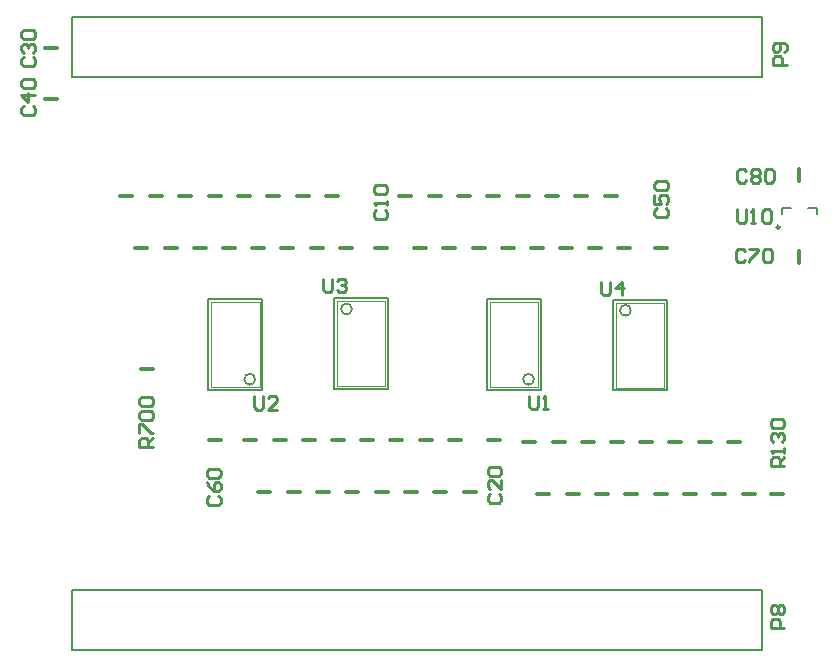
<source format=gto>
G04*
G04 #@! TF.GenerationSoftware,Altium Limited,Altium Designer,19.1.8 (144)*
G04*
G04 Layer_Color=65535*
%FSLAX44Y44*%
%MOMM*%
G71*
G01*
G75*
%ADD10C,0.1524*%
%ADD11C,0.2500*%
%ADD12C,0.3048*%
%ADD13C,0.0508*%
%ADD14C,0.2000*%
%ADD15C,0.2540*%
D10*
X165100Y29764D02*
G03*
X165100Y29764I-4572J0D01*
G01*
X83011Y-28494D02*
G03*
X83011Y-28494I-4572J0D01*
G01*
X-71120Y31034D02*
G03*
X-71120Y31034I-4572J0D01*
G01*
X-152956Y-28494D02*
G03*
X-152956Y-28494I-4572J0D01*
G01*
X149892Y-37846D02*
Y38654D01*
Y-37846D02*
X195580D01*
Y38654D01*
X149892D02*
X195580D01*
X89074Y-37384D02*
Y39116D01*
X43387D02*
X89074D01*
X43387Y-37384D02*
Y39116D01*
Y-37384D02*
X89074D01*
X-86328Y-36576D02*
Y39924D01*
Y-36576D02*
X-40640D01*
Y39924D01*
X-86328D02*
X-40640D01*
X-146891Y-37384D02*
Y39116D01*
X-192579D02*
X-146891D01*
X-192579Y-37384D02*
Y39116D01*
Y-37384D02*
X-146891D01*
D11*
X291098Y100228D02*
G03*
X291098Y100228I-1250J0D01*
G01*
D12*
X-330962Y251714D02*
X-320802D01*
X222428Y-81534D02*
X232588D01*
X247138D02*
X257298D01*
X-51562Y82652D02*
X-41402D01*
X44196Y-80112D02*
X54356D01*
X10918Y-80264D02*
X21078D01*
X-192278Y-80112D02*
X-182118D01*
X185166Y82652D02*
X195326D01*
X23618Y-124206D02*
X33778D01*
X-1237D02*
X8923D01*
X-26092D02*
X-15932D01*
X-50947D02*
X-40787D01*
X-75802D02*
X-65642D01*
X-100658D02*
X-90498D01*
X-125513D02*
X-115353D01*
X-150368D02*
X-140208D01*
X-13792Y-80264D02*
X-3632D01*
X-38502D02*
X-28342D01*
X-63212D02*
X-53052D01*
X-87922D02*
X-77762D01*
X-112632D02*
X-102472D01*
X-137342D02*
X-127182D01*
X-162052D02*
X-151892D01*
X154638Y82804D02*
X164798D01*
X142954Y126746D02*
X153114D01*
X129928Y82804D02*
X140088D01*
X118099Y126746D02*
X128259D01*
X105218Y82804D02*
X115378D01*
X93244Y126746D02*
X103404D01*
X80508Y82804D02*
X90668D01*
X68389Y126746D02*
X78549D01*
X55798Y82804D02*
X65958D01*
X43534Y126746D02*
X53694D01*
X31089Y82804D02*
X41248D01*
X18679Y126746D02*
X28839D01*
X6378Y82804D02*
X16538D01*
X-6176Y126746D02*
X3984D01*
X-18332Y82804D02*
X-8171D01*
X-31031Y126746D02*
X-20872D01*
X74168Y-81534D02*
X84328D01*
X-81328Y82804D02*
X-71168D01*
X85852Y-125476D02*
X96012D01*
X-93012Y126746D02*
X-82852D01*
X98878Y-81534D02*
X109038D01*
X-106038Y82804D02*
X-95878D01*
X110707Y-125476D02*
X120867D01*
X-117867Y126746D02*
X-107707D01*
X123588Y-81534D02*
X133748D01*
X-130748Y82804D02*
X-120588D01*
X135562Y-125476D02*
X145722D01*
X-142722Y126746D02*
X-132562D01*
X148298Y-81534D02*
X158458D01*
X-155458Y82804D02*
X-145298D01*
X160417Y-125476D02*
X170578D01*
X-167577Y126746D02*
X-157417D01*
X173008Y-81534D02*
X183168D01*
X-180168Y82804D02*
X-170008D01*
X185273Y-125476D02*
X195433D01*
X-192432Y126746D02*
X-182272D01*
X197718Y-81534D02*
X207878D01*
X-204877Y82804D02*
X-194718D01*
X210128Y-125476D02*
X220288D01*
X-217287Y126746D02*
X-207127D01*
X-229587Y82804D02*
X-219428D01*
X234983Y-125476D02*
X245143D01*
X-242142Y126746D02*
X-231982D01*
X-254298Y82804D02*
X-244137D01*
X259838Y-125476D02*
X269998D01*
X-266998Y126746D02*
X-256838D01*
X283972Y-125324D02*
X294132D01*
X307340Y70104D02*
Y80264D01*
Y139192D02*
Y149352D01*
X-249936Y-19812D02*
X-239776D01*
X-330962Y208534D02*
X-320802D01*
D13*
X152178Y-35560D02*
Y36368D01*
Y-35560D02*
X193294D01*
Y36368D01*
X152178D02*
X193294D01*
X86789Y-35098D02*
Y36830D01*
X45672D02*
X86789D01*
X45672Y-35098D02*
Y36830D01*
Y-35098D02*
X86789D01*
X-84042Y-34290D02*
Y37638D01*
Y-34290D02*
X-42926D01*
Y37638D01*
X-84042D02*
X-42926D01*
X-149178Y-35098D02*
Y36830D01*
X-190294D02*
X-149178D01*
X-190294Y-35098D02*
Y36830D01*
Y-35098D02*
X-149178D01*
D14*
X-307700Y227300D02*
X276500D01*
X-307700Y278100D02*
X276500D01*
X-307700Y227300D02*
Y278100D01*
X276500Y227300D02*
Y278100D01*
X-307700Y-257700D02*
X276500D01*
X-307700Y-206900D02*
X276500D01*
X-307700Y-257700D02*
Y-206900D01*
X276500Y-257700D02*
Y-206900D01*
X292848Y111728D02*
Y116728D01*
X300848D01*
X322848Y111728D02*
Y116728D01*
X314848D02*
X322848D01*
D15*
X-348924Y244138D02*
X-350840Y242222D01*
Y238390D01*
X-348924Y236474D01*
X-341260D01*
X-339344Y238390D01*
Y242222D01*
X-341260Y244138D01*
X-348924Y247970D02*
X-350840Y249886D01*
Y253718D01*
X-348924Y255634D01*
X-347008D01*
X-345092Y253718D01*
Y251802D01*
Y253718D01*
X-343176Y255634D01*
X-341260D01*
X-339344Y253718D01*
Y249886D01*
X-341260Y247970D01*
X-348924Y259467D02*
X-350840Y261383D01*
Y265215D01*
X-348924Y267131D01*
X-341260D01*
X-339344Y265215D01*
Y261383D01*
X-341260Y259467D01*
X-348924D01*
X295148Y-102362D02*
X283652D01*
Y-96614D01*
X285568Y-94698D01*
X289400D01*
X291316Y-96614D01*
Y-102362D01*
Y-98530D02*
X295148Y-94698D01*
Y-90866D02*
Y-87034D01*
Y-88950D01*
X283652D01*
X285568Y-90866D01*
Y-81285D02*
X283652Y-79369D01*
Y-75537D01*
X285568Y-73621D01*
X287484D01*
X289400Y-75537D01*
Y-77453D01*
Y-75537D01*
X291316Y-73621D01*
X293232D01*
X295148Y-75537D01*
Y-79369D01*
X293232Y-81285D01*
X285568Y-69789D02*
X283652Y-67873D01*
Y-64041D01*
X285568Y-62125D01*
X293232D01*
X295148Y-64041D01*
Y-67873D01*
X293232Y-69789D01*
X285568D01*
X296926Y237236D02*
X285430D01*
Y242984D01*
X287346Y244900D01*
X291178D01*
X293094Y242984D01*
Y237236D01*
X295010Y248732D02*
X296926Y250648D01*
Y254480D01*
X295010Y256397D01*
X287346D01*
X285430Y254480D01*
Y250648D01*
X287346Y248732D01*
X289262D01*
X291178Y250648D01*
Y256397D01*
X295148Y-239014D02*
X283652D01*
Y-233266D01*
X285568Y-231350D01*
X289400D01*
X291316Y-233266D01*
Y-239014D01*
X285568Y-227518D02*
X283652Y-225602D01*
Y-221770D01*
X285568Y-219853D01*
X287484D01*
X289400Y-221770D01*
X291316Y-219853D01*
X293232D01*
X295148Y-221770D01*
Y-225602D01*
X293232Y-227518D01*
X291316D01*
X289400Y-225602D01*
X287484Y-227518D01*
X285568D01*
X289400Y-225602D02*
Y-221770D01*
X79248Y-42352D02*
Y-51932D01*
X81164Y-53848D01*
X84996D01*
X86912Y-51932D01*
Y-42352D01*
X90744Y-53848D02*
X94576D01*
X92660D01*
Y-42352D01*
X90744Y-44268D01*
X-153670Y-42860D02*
Y-52440D01*
X-151754Y-54356D01*
X-147922D01*
X-146006Y-52440D01*
Y-42860D01*
X-134509Y-54356D02*
X-142174D01*
X-134509Y-46692D01*
Y-44776D01*
X-136426Y-42860D01*
X-140258D01*
X-142174Y-44776D01*
X-95250Y56708D02*
Y47128D01*
X-93334Y45212D01*
X-89502D01*
X-87586Y47128D01*
Y56708D01*
X-83754Y54792D02*
X-81838Y56708D01*
X-78006D01*
X-76090Y54792D01*
Y52876D01*
X-78006Y50960D01*
X-79922D01*
X-78006D01*
X-76090Y49044D01*
Y47128D01*
X-78006Y45212D01*
X-81838D01*
X-83754Y47128D01*
X140208Y54168D02*
Y44588D01*
X142124Y42672D01*
X145956D01*
X147872Y44588D01*
Y54168D01*
X157452Y42672D02*
Y54168D01*
X151704Y48420D01*
X159368D01*
X-50728Y114852D02*
X-52644Y112936D01*
Y109104D01*
X-50728Y107188D01*
X-43064D01*
X-41148Y109104D01*
Y112936D01*
X-43064Y114852D01*
X-41148Y118684D02*
Y122516D01*
Y120600D01*
X-52644D01*
X-50728Y118684D01*
Y128265D02*
X-52644Y130181D01*
Y134013D01*
X-50728Y135929D01*
X-43064D01*
X-41148Y134013D01*
Y130181D01*
X-43064Y128265D01*
X-50728D01*
X45792Y-125432D02*
X43876Y-127348D01*
Y-131180D01*
X45792Y-133096D01*
X53456D01*
X55372Y-131180D01*
Y-127348D01*
X53456Y-125432D01*
X55372Y-113935D02*
Y-121600D01*
X47708Y-113935D01*
X45792D01*
X43876Y-115852D01*
Y-119684D01*
X45792Y-121600D01*
Y-110103D02*
X43876Y-108187D01*
Y-104355D01*
X45792Y-102439D01*
X53456D01*
X55372Y-104355D01*
Y-108187D01*
X53456Y-110103D01*
X45792D01*
X187016Y116122D02*
X185100Y114206D01*
Y110374D01*
X187016Y108458D01*
X194680D01*
X196596Y110374D01*
Y114206D01*
X194680Y116122D01*
X185100Y127619D02*
Y119954D01*
X190848D01*
X188932Y123786D01*
Y125702D01*
X190848Y127619D01*
X194680D01*
X196596Y125702D01*
Y121870D01*
X194680Y119954D01*
X187016Y131451D02*
X185100Y133367D01*
Y137199D01*
X187016Y139115D01*
X194680D01*
X196596Y137199D01*
Y133367D01*
X194680Y131451D01*
X187016D01*
X-191698Y-127210D02*
X-193614Y-129126D01*
Y-132958D01*
X-191698Y-134874D01*
X-184034D01*
X-182118Y-132958D01*
Y-129126D01*
X-184034Y-127210D01*
X-193614Y-115714D02*
X-191698Y-119546D01*
X-187866Y-123378D01*
X-184034D01*
X-182118Y-121462D01*
Y-117630D01*
X-184034Y-115714D01*
X-185950D01*
X-187866Y-117630D01*
Y-123378D01*
X-191698Y-111881D02*
X-193614Y-109965D01*
Y-106133D01*
X-191698Y-104217D01*
X-184034D01*
X-182118Y-106133D01*
Y-109965D01*
X-184034Y-111881D01*
X-191698D01*
X-348924Y202736D02*
X-350840Y200820D01*
Y196988D01*
X-348924Y195072D01*
X-341260D01*
X-339344Y196988D01*
Y200820D01*
X-341260Y202736D01*
X-339344Y212316D02*
X-350840D01*
X-345092Y206568D01*
Y214233D01*
X-348924Y218065D02*
X-350840Y219981D01*
Y223813D01*
X-348924Y225729D01*
X-341260D01*
X-339344Y223813D01*
Y219981D01*
X-341260Y218065D01*
X-348924D01*
X261664Y79938D02*
X259748Y81854D01*
X255916D01*
X254000Y79938D01*
Y72274D01*
X255916Y70358D01*
X259748D01*
X261664Y72274D01*
X265496Y81854D02*
X273160D01*
Y79938D01*
X265496Y72274D01*
Y70358D01*
X276993Y79938D02*
X278909Y81854D01*
X282741D01*
X284657Y79938D01*
Y72274D01*
X282741Y70358D01*
X278909D01*
X276993Y72274D01*
Y79938D01*
X262934Y147502D02*
X261018Y149418D01*
X257186D01*
X255270Y147502D01*
Y139838D01*
X257186Y137922D01*
X261018D01*
X262934Y139838D01*
X266766Y147502D02*
X268682Y149418D01*
X272514D01*
X274431Y147502D01*
Y145586D01*
X272514Y143670D01*
X274431Y141754D01*
Y139838D01*
X272514Y137922D01*
X268682D01*
X266766Y139838D01*
Y141754D01*
X268682Y143670D01*
X266766Y145586D01*
Y147502D01*
X268682Y143670D02*
X272514D01*
X278263Y147502D02*
X280179Y149418D01*
X284011D01*
X285927Y147502D01*
Y139838D01*
X284011Y137922D01*
X280179D01*
X278263Y139838D01*
Y147502D01*
X255270Y115382D02*
Y105802D01*
X257186Y103886D01*
X261018D01*
X262934Y105802D01*
Y115382D01*
X266766Y103886D02*
X270598D01*
X268682D01*
Y115382D01*
X266766Y113466D01*
X276346D02*
X278263Y115382D01*
X282095D01*
X284011Y113466D01*
Y105802D01*
X282095Y103886D01*
X278263D01*
X276346Y105802D01*
Y113466D01*
X-239522Y-85852D02*
X-251018D01*
Y-80104D01*
X-249102Y-78188D01*
X-245270D01*
X-243354Y-80104D01*
Y-85852D01*
Y-82020D02*
X-239522Y-78188D01*
X-251018Y-74356D02*
Y-66691D01*
X-249102D01*
X-241438Y-74356D01*
X-239522D01*
X-249102Y-62859D02*
X-251018Y-60943D01*
Y-57111D01*
X-249102Y-55195D01*
X-241438D01*
X-239522Y-57111D01*
Y-60943D01*
X-241438Y-62859D01*
X-249102D01*
Y-51363D02*
X-251018Y-49447D01*
Y-45615D01*
X-249102Y-43699D01*
X-241438D01*
X-239522Y-45615D01*
Y-49447D01*
X-241438Y-51363D01*
X-249102D01*
M02*

</source>
